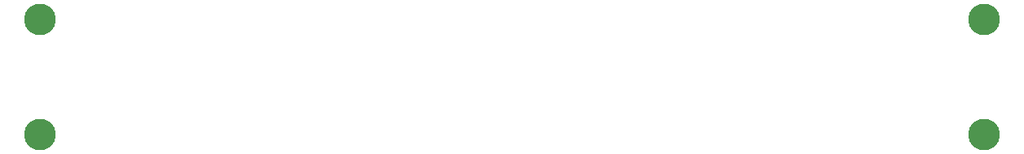
<source format=gbr>
G04 #@! TF.GenerationSoftware,KiCad,Pcbnew,(5.1.6)-1*
G04 #@! TF.CreationDate,2020-10-30T20:30:39+01:00*
G04 #@! TF.ProjectId,light-front,6c696768-742d-4667-926f-6e742e6b6963,rev?*
G04 #@! TF.SameCoordinates,Original*
G04 #@! TF.FileFunction,Soldermask,Top*
G04 #@! TF.FilePolarity,Negative*
%FSLAX46Y46*%
G04 Gerber Fmt 4.6, Leading zero omitted, Abs format (unit mm)*
G04 Created by KiCad (PCBNEW (5.1.6)-1) date 2020-10-30 20:30:39*
%MOMM*%
%LPD*%
G01*
G04 APERTURE LIST*
%ADD10C,3.300000*%
G04 APERTURE END LIST*
D10*
X184000000Y-85000000D03*
X184000000Y-97000000D03*
X86000000Y-85000000D03*
X86000000Y-97000000D03*
M02*

</source>
